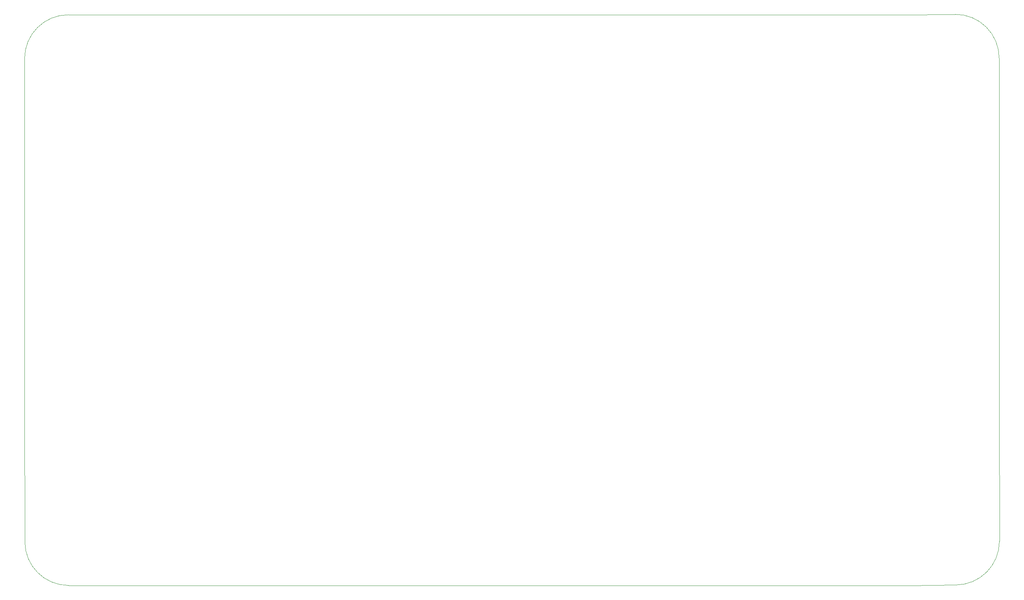
<source format=gbr>
%TF.GenerationSoftware,KiCad,Pcbnew,7.0.1*%
%TF.CreationDate,2023-11-27T14:14:32+03:00*%
%TF.ProjectId,motordriver,6d6f746f-7264-4726-9976-65722e6b6963,rev?*%
%TF.SameCoordinates,Original*%
%TF.FileFunction,Profile,NP*%
%FSLAX46Y46*%
G04 Gerber Fmt 4.6, Leading zero omitted, Abs format (unit mm)*
G04 Created by KiCad (PCBNEW 7.0.1) date 2023-11-27 14:14:32*
%MOMM*%
%LPD*%
G01*
G04 APERTURE LIST*
%TA.AperFunction,Profile*%
%ADD10C,0.100000*%
%TD*%
G04 APERTURE END LIST*
D10*
X222932000Y-24618000D02*
X236000000Y-24500000D01*
X222932000Y-24618000D02*
X42932000Y-24618000D01*
X246057000Y-145028000D02*
X246000000Y-114500000D01*
X23200000Y-114600000D02*
X23257000Y-145128000D01*
X246000000Y-114500000D02*
X246000000Y-34500000D01*
X42932000Y-24618000D02*
X33200000Y-24600000D01*
X23200000Y-34600000D02*
X23200000Y-114600000D01*
X225557000Y-155128000D02*
X222989000Y-155146000D01*
X33200000Y-24600000D02*
G75*
G03*
X23200000Y-34600000I0J-10000000D01*
G01*
X246000000Y-34500000D02*
G75*
G03*
X236000000Y-24500000I-10000000J0D01*
G01*
X33257000Y-155128000D02*
X42989000Y-155146000D01*
X42989000Y-155146000D02*
X222989000Y-155146000D01*
X23257000Y-145128000D02*
G75*
G03*
X33257000Y-155128000I10000000J0D01*
G01*
X236057000Y-155028000D02*
X225557000Y-155128000D01*
X236057000Y-155028000D02*
G75*
G03*
X246057000Y-145028000I0J10000000D01*
G01*
M02*

</source>
